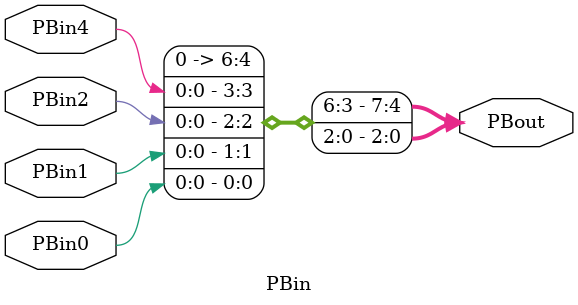
<source format=v>
`timescale 1ns / 1ps


module PBin(
    input PBin0, 
    input PBin1,
    input PBin2,
    input PBin4, 
    output [7:0] PBout
    );

assign PBout[0] = PBin0;
assign PBout[1] = PBin1;
assign PBout[2] = PBin2;
assign PBout[7:4] = PBin4;
endmodule

</source>
